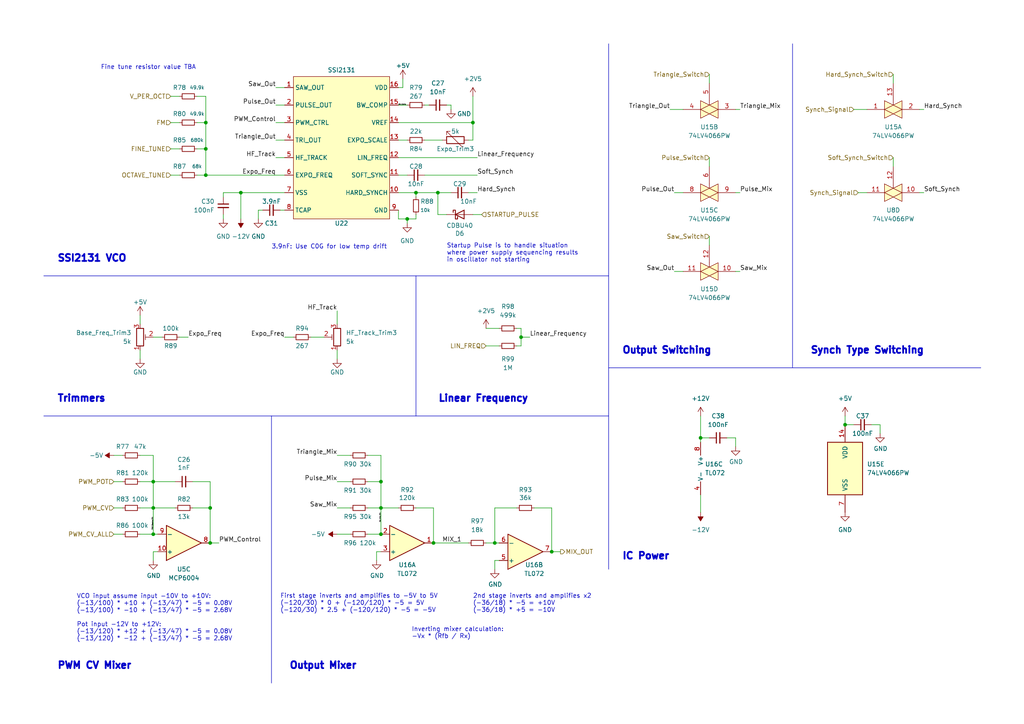
<source format=kicad_sch>
(kicad_sch (version 20230121) (generator eeschema)
  (paper "A4")
  (title_block (title "Quadraphone Voice") (date "2023-01-27") (rev "v1.0") (company "Mountjoy Modular"))
  (lib_symbols
    (symbol "4xxx:4066" (pin_names (offset 1.016))
      (property "Reference" "U" (at -7.62 8.89 0))
      (property "Value" "4066" (at -7.62 -8.89 0))
      (symbol "4066_1_0"
        (polyline (pts (xy 0 1.27) (xy 0 2.54)) (stroke (width 0.1524)))
        (polyline (pts (xy -2.54 0) (xy 2.54 2.54) (xy 2.54 -2.54) (xy -2.54 0)) (fill (type background)))
        (polyline (pts (xy -2.54 2.54) (xy 2.54 0) (xy -2.54 -2.54) (xy -2.54 2.54)) (fill (type background)))
        (pin passive line (at -7.62 0 0) (length 5.08) (name "~") (number "1"))
        (pin input line (at 0 7.62 270) (length 5.08) (name "~") (number "13"))
        (pin passive line (at 7.62 0 180) (length 5.08) (name "~") (number "2"))
      )
      (symbol "4066_2_0"
        (polyline (pts (xy 0 1.27) (xy 0 2.54)) (stroke (width 0.1524)))
        (polyline (pts (xy -2.54 0) (xy 2.54 2.54) (xy 2.54 -2.54) (xy -2.54 0)) (fill (type background)))
        (polyline (pts (xy -2.54 2.54) (xy 2.54 0) (xy -2.54 -2.54) (xy -2.54 2.54)) (fill (type background)))
        (pin passive line (at 7.62 0 180) (length 5.08) (name "~") (number "3"))
        (pin passive line (at -7.62 0 0) (length 5.08) (name "~") (number "4"))
        (pin input line (at 0 7.62 270) (length 5.08) (name "~") (number "5"))
      )
      (symbol "4066_3_0"
        (polyline (pts (xy 0 1.27) (xy 0 2.54)) (stroke (width 0.1524)))
        (polyline (pts (xy -2.54 0) (xy 2.54 2.54) (xy 2.54 -2.54) (xy -2.54 0)) (fill (type background)))
        (polyline (pts (xy -2.54 2.54) (xy 2.54 0) (xy -2.54 -2.54) (xy -2.54 2.54)) (fill (type background)))
        (pin input line (at 0 7.62 270) (length 5.08) (name "~") (number "6"))
        (pin passive line (at -7.62 0 0) (length 5.08) (name "~") (number "8"))
        (pin passive line (at 7.62 0 180) (length 5.08) (name "~") (number "9"))
      )
      (symbol "4066_4_0"
        (polyline (pts (xy 0 1.27) (xy 0 2.54)) (stroke (width 0.1524)))
        (polyline (pts (xy -2.54 0) (xy 2.54 2.54) (xy 2.54 -2.54) (xy -2.54 0)) (fill (type background)))
        (polyline (pts (xy -2.54 2.54) (xy 2.54 0) (xy -2.54 -2.54) (xy -2.54 2.54)) (fill (type background)))
        (pin passive line (at 7.62 0 180) (length 5.08) (name "~") (number "10"))
        (pin passive line (at -7.62 0 0) (length 5.08) (name "~") (number "11"))
        (pin input line (at 0 7.62 270) (length 5.08) (name "~") (number "12"))
      )
      (symbol "4066_5_0"
        (pin power_in line (at 0 12.7 270) (length 5.08) (name "VDD") (number "14"))
        (pin power_in line (at 0 -12.7 90) (length 5.08) (name "VSS") (number "7"))
      )
      (symbol "4066_5_1"
        (rectangle (start -5.08 7.62) (end 5.08 -7.62) (stroke (width 0.254)) (fill (type background)))
      )
    )
    (symbol "Amplifier_Operational:MCP6004" (pin_names (offset 0.127))
      (property "Reference" "U" (at 0 5.08 0))
      (property "Value" "MCP6004" (at 0 -5.08 0))
      (symbol "MCP6004_1_1"
        (polyline (pts (xy -5.08 5.08) (xy 5.08 0) (xy -5.08 -5.08) (xy -5.08 5.08)) (stroke (width 0.254)) (fill (type background)))
        (pin output line (at 7.62 0 180) (length 2.54) (name "~") (number "1"))
        (pin input line (at -7.62 -2.54 0) (length 2.54) (name "-") (number "2"))
        (pin input line (at -7.62 2.54 0) (length 2.54) (name "+") (number "3"))
      )
      (symbol "MCP6004_2_1"
        (polyline (pts (xy -5.08 5.08) (xy 5.08 0) (xy -5.08 -5.08) (xy -5.08 5.08)) (stroke (width 0.254)) (fill (type background)))
        (pin input line (at -7.62 2.54 0) (length 2.54) (name "+") (number "5"))
        (pin input line (at -7.62 -2.54 0) (length 2.54) (name "-") (number "6"))
        (pin output line (at 7.62 0 180) (length 2.54) (name "~") (number "7"))
      )
      (symbol "MCP6004_3_1"
        (polyline (pts (xy -5.08 5.08) (xy 5.08 0) (xy -5.08 -5.08) (xy -5.08 5.08)) (stroke (width 0.254)) (fill (type background)))
        (pin input line (at -7.62 2.54 0) (length 2.54) (name "+") (number "10"))
        (pin output line (at 7.62 0 180) (length 2.54) (name "~") (number "8"))
        (pin input line (at -7.62 -2.54 0) (length 2.54) (name "-") (number "9"))
      )
      (symbol "MCP6004_4_1"
        (polyline (pts (xy -5.08 5.08) (xy 5.08 0) (xy -5.08 -5.08) (xy -5.08 5.08)) (stroke (width 0.254)) (fill (type background)))
        (pin input line (at -7.62 2.54 0) (length 2.54) (name "+") (number "12"))
        (pin input line (at -7.62 -2.54 0) (length 2.54) (name "-") (number "13"))
        (pin output line (at 7.62 0 180) (length 2.54) (name "~") (number "14"))
      )
      (symbol "MCP6004_5_1"
        (pin power_in line (at -2.54 -7.62 90) (length 3.81) (name "V-") (number "11"))
        (pin power_in line (at -2.54 7.62 270) (length 3.81) (name "V+") (number "4"))
      )
    )
    (symbol "Amplifier_Operational:TL072" (pin_names (offset 0.127))
      (property "Reference" "U" (at 0 5.08 0))
      (property "Value" "TL072" (at 0 -5.08 0))
      (symbol "TL072_1_1"
        (polyline (pts (xy -5.08 5.08) (xy 5.08 0) (xy -5.08 -5.08) (xy -5.08 5.08)) (stroke (width 0.254)) (fill (type background)))
        (pin output line (at 7.62 0 180) (length 2.54) (name "~") (number "1"))
        (pin input line (at -7.62 -2.54 0) (length 2.54) (name "-") (number "2"))
        (pin input line (at -7.62 2.54 0) (length 2.54) (name "+") (number "3"))
      )
      (symbol "TL072_2_1"
        (polyline (pts (xy -5.08 5.08) (xy 5.08 0) (xy -5.08 -5.08) (xy -5.08 5.08)) (stroke (width 0.254)) (fill (type background)))
        (pin input line (at -7.62 2.54 0) (length 2.54) (name "+") (number "5"))
        (pin input line (at -7.62 -2.54 0) (length 2.54) (name "-") (number "6"))
        (pin output line (at 7.62 0 180) (length 2.54) (name "~") (number "7"))
      )
      (symbol "TL072_3_1"
        (pin power_in line (at -2.54 -7.62 90) (length 3.81) (name "V-") (number "4"))
        (pin power_in line (at -2.54 7.62 270) (length 3.81) (name "V+") (number "8"))
      )
    )
    (symbol "Custom_Audio:SSI2131"
      (property "Reference" "U" (at 0 21.59 0))
      (property "Value" "SSI2131" (at 0 -23.495 0))
      (symbol "SSI2131_0_0"
        (pin output line (at -16.51 16.51 0) (length 2.54) (name "SAW_OUT") (number "1"))
        (pin input line (at 16.51 -13.97 180) (length 2.54) (name "HARD_SYNCH") (number "10"))
        (pin input line (at 16.51 -8.89 180) (length 2.54) (name "SOFT_SYNC") (number "11"))
        (pin input line (at 16.51 -3.81 180) (length 2.54) (name "LIN_FREQ") (number "12"))
        (pin input line (at 16.51 1.27 180) (length 2.54) (name "EXPO_SCALE") (number "13"))
        (pin power_in line (at 16.51 6.35 180) (length 2.54) (name "VREF") (number "14"))
        (pin output line (at 16.51 11.43 180) (length 2.54) (name "BW_COMP") (number "15"))
        (pin power_in line (at 16.51 16.51 180) (length 2.54) (name "VDD") (number "16"))
        (pin output line (at -16.51 11.43 0) (length 2.54) (name "PULSE_OUT") (number "2"))
        (pin input line (at -16.51 6.35 0) (length 2.54) (name "PWM_CTRL") (number "3"))
        (pin output line (at -16.51 -3.81 0) (length 2.54) (name "HF_TRACK") (number "5"))
        (pin input line (at -16.51 -8.89 0) (length 2.54) (name "EXPO_FREQ") (number "6"))
        (pin power_in line (at -16.51 -13.97 0) (length 2.54) (name "VSS") (number "7"))
        (pin input line (at -16.51 -19.05 0) (length 2.54) (name "TCAP") (number "8"))
        (pin power_in line (at 16.51 -19.05 180) (length 2.54) (name "GND") (number "9"))
      )
      (symbol "SSI2131_0_1"
        (rectangle (start -13.97 19.685) (end 13.97 -21.59) (fill (type background)))
      )
      (symbol "SSI2131_1_1"
        (pin output line (at -16.51 1.27 0) (length 2.54) (name "TRI_OUT") (number "4"))
      )
    )
    (symbol "Device:C_Small" (pin_numbers hide) (pin_names (offset 0.254) hide)
      (property "Reference" "C" (at 0.254 1.778 0))
      (property "Value" "C_Small" (at 0.254 -2.032 0))
      (symbol "C_Small_0_1"
        (polyline (pts (xy -1.524 -0.508) (xy 1.524 -0.508)) (stroke (width 0.3302)))
        (polyline (pts (xy -1.524 0.508) (xy 1.524 0.508)) (stroke (width 0.3048)))
      )
      (symbol "C_Small_1_1"
        (pin passive line (at 0 2.54 270) (length 2.032) (name "~") (number "1"))
        (pin passive line (at 0 -2.54 90) (length 2.032) (name "~") (number "2"))
      )
    )
    (symbol "Device:R_Potentiometer_Trim" (pin_names (offset 1.016) hide)
      (property "Reference" "RV" (at -4.445 0 90))
      (property "Value" "R_Potentiometer_Trim" (at -2.54 0 90))
      (symbol "R_Potentiometer_Trim_0_1"
        (polyline (pts (xy 1.524 0.762) (xy 1.524 -0.762)))
        (polyline (pts (xy 2.54 0) (xy 1.524 0)))
        (rectangle (start 1.016 2.54) (end -1.016 -2.54) (stroke (width 0.254)))
      )
      (symbol "R_Potentiometer_Trim_1_1"
        (pin passive line (at 0 3.81 270) (length 1.27) (name "1") (number "1"))
        (pin passive line (at 3.81 0 180) (length 1.27) (name "2") (number "2"))
        (pin passive line (at 0 -3.81 90) (length 1.27) (name "3") (number "3"))
      )
    )
    (symbol "Device:R_Small" (pin_numbers hide) (pin_names (offset 0.254) hide)
      (property "Reference" "R" (at 0.762 0.508 0))
      (property "Value" "R_Small" (at 0.762 -1.016 0))
      (symbol "R_Small_0_1"
        (rectangle (start -0.762 1.778) (end 0.762 -1.778) (stroke (width 0.2032)))
      )
      (symbol "R_Small_1_1"
        (pin passive line (at 0 2.54 270) (length 0.762) (name "~") (number "1"))
        (pin passive line (at 0 -2.54 90) (length 0.762) (name "~") (number "2"))
      )
    )
    (symbol "Device:R_Variable" (pin_numbers hide) (pin_names (offset 0))
      (property "Reference" "R" (at 2.54 -2.54 90))
      (property "Value" "R_Variable" (at -2.54 -1.27 90))
      (symbol "R_Variable_0_1"
        (rectangle (start -1.016 -2.54) (end 1.016 2.54) (stroke (width 0.254)))
        (polyline (pts (xy 2.54 1.524) (xy 2.54 2.54) (xy 1.524 2.54) (xy 2.54 2.54) (xy -2.032 -2.032)))
      )
      (symbol "R_Variable_1_1"
        (pin passive line (at 0 3.81 270) (length 1.27) (name "~") (number "1"))
        (pin passive line (at 0 -3.81 90) (length 1.27) (name "~") (number "2"))
      )
    )
    (symbol "Diode:1N5819" (pin_numbers hide) (pin_names (offset 1.016) hide)
      (property "Reference" "D" (at 0 2.54 0))
      (property "Value" "1N5819" (at 0 -2.54 0))
      (symbol "1N5819_0_1"
        (polyline (pts (xy 1.27 0) (xy -1.27 0)))
        (polyline (pts (xy 1.27 1.27) (xy 1.27 -1.27) (xy -1.27 0) (xy 1.27 1.27)) (stroke (width 0.254)))
        (polyline (pts (xy -1.905 0.635) (xy -1.905 1.27) (xy -1.27 1.27) (xy -1.27 -1.27) (xy -0.635 -1.27) (xy -0.635 -0.635)) (stroke (width 0.254)))
      )
      (symbol "1N5819_1_1"
        (pin passive line (at -3.81 0 0) (length 2.54) (name "K") (number "1"))
        (pin passive line (at 3.81 0 180) (length 2.54) (name "A") (number "2"))
      )
    )
    (symbol "power:+12V" (power) (pin_names (offset 0))
      (property "Value" "+12V" (at 0 3.556 0))
      (symbol "+12V_0_1"
        (polyline (pts (xy -0.762 1.27) (xy 0 2.54)))
        (polyline (pts (xy 0 0) (xy 0 2.54)))
        (polyline (pts (xy 0 2.54) (xy 0.762 1.27)))
      )
      (symbol "+12V_1_1"
        (pin power_in line (at 0 0 90) (length 0) hide (name "+12V") (number "1"))
      )
    )
    (symbol "power:+2V5" (power) (pin_names (offset 0))
      (property "Value" "+2V5" (at 0 3.556 0))
      (symbol "+2V5_0_1"
        (polyline (pts (xy -0.762 1.27) (xy 0 2.54)))
        (polyline (pts (xy 0 0) (xy 0 2.54)))
        (polyline (pts (xy 0 2.54) (xy 0.762 1.27)))
      )
      (symbol "+2V5_1_1"
        (pin power_in line (at 0 0 90) (length 0) hide (name "+2V5") (number "1"))
      )
    )
    (symbol "power:+5V" (power) (pin_names (offset 0))
      (property "Value" "+5V" (at 0 3.556 0))
      (symbol "+5V_0_1"
        (polyline (pts (xy -0.762 1.27) (xy 0 2.54)))
        (polyline (pts (xy 0 0) (xy 0 2.54)))
        (polyline (pts (xy 0 2.54) (xy 0.762 1.27)))
      )
      (symbol "+5V_1_1"
        (pin power_in line (at 0 0 90) (length 0) hide (name "+5V") (number "1"))
      )
    )
    (symbol "power:-12V" (power) (pin_names (offset 0))
      (property "Value" "-12V" (at 0 3.81 0))
      (symbol "-12V_0_0"
        (pin power_in line (at 0 0 90) (length 0) hide (name "-12V") (number "1"))
      )
      (symbol "-12V_0_1"
        (polyline (pts (xy 0 0) (xy 0 1.27) (xy 0.762 1.27) (xy 0 2.54) (xy -0.762 1.27) (xy 0 1.27)) (fill (type outline)))
      )
    )
    (symbol "power:-5V" (power) (pin_names (offset 0))
      (property "Value" "-5V" (at 0 3.81 0))
      (symbol "-5V_0_0"
        (pin power_in line (at 0 0 90) (length 0) hide (name "-5V") (number "1"))
      )
      (symbol "-5V_0_1"
        (polyline (pts (xy 0 0) (xy 0 1.27) (xy 0.762 1.27) (xy 0 2.54) (xy -0.762 1.27) (xy 0 1.27)) (fill (type outline)))
      )
    )
    (symbol "power:GND" (power) (pin_names (offset 0))
      (property "Value" "GND" (at 0 -3.81 0))
      (symbol "GND_0_1"
        (polyline (pts (xy 0 0) (xy 0 -1.27) (xy 1.27 -1.27) (xy 0 -2.54) (xy -1.27 -1.27) (xy 0 -1.27)))
      )
      (symbol "GND_1_1"
        (pin power_in line (at 0 0 270) (length 0) hide (name "GND") (number "1"))
      )
    )
  )
  (junction (at 60.96 147.32))
  (junction (at 127 55.88))
  (junction (at 160.02 160.02))
  (junction (at 137.16 35.56))
  (junction (at 151.13 97.79))
  (junction (at 110.49 154.94))
  (junction (at 118.11 63.5))
  (junction (at 110.49 139.7))
  (junction (at 203.2 127))
  (junction (at 245.11 123.19))
  (junction (at 125.73 157.48))
  (junction (at 120.65 55.88))
  (junction (at 59.69 43.18))
  (junction (at 69.85 55.88))
  (junction (at 110.49 147.32))
  (junction (at 143.51 157.48))
  (junction (at 60.96 157.48))
  (junction (at 59.69 50.8))
  (junction (at 44.45 139.7))
  (junction (at 44.45 147.32))
  (junction (at 59.69 35.56))
  (junction (at 44.45 154.94))
  (polyline (pts (xy 176.53 165.1) (xy 176.53 12.7)))
  (polyline (pts (xy 12.7 120.65) (xy 176.53 120.65)))
  (wire (pts (xy 115.57 35.56) (xy 137.16 35.56)))
  (wire (pts (xy 57.15 35.56) (xy 59.69 35.56)))
  (polyline (pts (xy 229.87 12.7) (xy 229.87 106.68)))
  (wire (pts (xy 149.86 100.33) (xy 151.13 100.33)))
  (wire (pts (xy 151.13 97.79) (xy 151.13 95.25)))
  (wire (pts (xy 120.65 147.32) (xy 125.73 147.32)))
  (wire (pts (xy 110.49 139.7) (xy 110.49 147.32)))
  (wire (pts (xy 97.79 154.94) (xy 101.6 154.94)))
  (wire (pts (xy 143.51 157.48) (xy 144.78 157.48)))
  (wire (pts (xy 55.88 147.32) (xy 60.96 147.32)))
  (wire (pts (xy 143.51 147.32) (xy 149.86 147.32)))
  (wire (pts (xy 109.22 160.02) (xy 109.22 162.56)))
  (wire (pts (xy 116.84 25.4) (xy 115.57 25.4)))
  (wire (pts (xy 115.57 45.72) (xy 138.43 45.72)))
  (wire (pts (xy 129.54 30.48) (xy 130.81 30.48)))
  (wire (pts (xy 195.58 78.74) (xy 198.12 78.74)))
  (wire (pts (xy 49.53 50.8) (xy 52.07 50.8)))
  (wire (pts (xy 80.01 25.4) (xy 82.55 25.4)))
  (wire (pts (xy 33.02 139.7) (xy 35.56 139.7)))
  (wire (pts (xy 40.64 139.7) (xy 44.45 139.7)))
  (wire (pts (xy 49.53 43.18) (xy 52.07 43.18)))
  (wire (pts (xy 266.7 31.75) (xy 267.97 31.75)))
  (wire (pts (xy 115.57 40.64) (xy 118.11 40.64)))
  (wire (pts (xy 97.79 101.6) (xy 97.79 104.14)))
  (wire (pts (xy 115.57 63.5) (xy 118.11 63.5)))
  (wire (pts (xy 97.79 139.7) (xy 101.6 139.7)))
  (wire (pts (xy 60.96 147.32) (xy 60.96 157.48)))
  (wire (pts (xy 97.79 147.32) (xy 101.6 147.32)))
  (wire (pts (xy 259.08 45.72) (xy 259.08 48.26)))
  (wire (pts (xy 90.17 97.79) (xy 93.98 97.79)))
  (wire (pts (xy 123.19 50.8) (xy 138.43 50.8)))
  (wire (pts (xy 123.19 30.48) (xy 124.46 30.48)))
  (polyline (pts (xy 176.53 106.68) (xy 284.48 106.68)))
  (wire (pts (xy 80.01 30.48) (xy 82.55 30.48)))
  (wire (pts (xy 33.02 132.08) (xy 35.56 132.08)))
  (wire (pts (xy 59.69 27.94) (xy 59.69 35.56)))
  (wire (pts (xy 203.2 120.65) (xy 203.2 127)))
  (wire (pts (xy 40.64 147.32) (xy 44.45 147.32)))
  (wire (pts (xy 69.85 55.88) (xy 69.85 63.5)))
  (wire (pts (xy 59.69 43.18) (xy 59.69 50.8)))
  (wire (pts (xy 116.84 22.86) (xy 116.84 25.4)))
  (polyline (pts (xy 12.7 80.01) (xy 176.53 80.01)))
  (wire (pts (xy 97.79 132.08) (xy 101.6 132.08)))
  (wire (pts (xy 115.57 60.96) (xy 115.57 63.5)))
  (wire (pts (xy 44.45 160.02) (xy 45.72 160.02)))
  (wire (pts (xy 144.78 95.25) (xy 140.97 95.25)))
  (wire (pts (xy 44.45 139.7) (xy 50.8 139.7)))
  (wire (pts (xy 135.89 55.88) (xy 138.43 55.88)))
  (wire (pts (xy 74.93 60.96) (xy 74.93 63.5)))
  (wire (pts (xy 259.08 21.59) (xy 259.08 24.13)))
  (wire (pts (xy 140.97 100.33) (xy 144.78 100.33)))
  (wire (pts (xy 57.15 43.18) (xy 59.69 43.18)))
  (wire (pts (xy 245.11 123.19) (xy 247.65 123.19)))
  (wire (pts (xy 57.15 50.8) (xy 59.69 50.8)))
  (wire (pts (xy 59.69 35.56) (xy 59.69 43.18)))
  (wire (pts (xy 143.51 162.56) (xy 144.78 162.56)))
  (wire (pts (xy 203.2 127) (xy 203.2 128.27)))
  (wire (pts (xy 45.72 154.94) (xy 44.45 154.94)))
  (wire (pts (xy 106.68 154.94) (xy 110.49 154.94)))
  (wire (pts (xy 154.94 147.32) (xy 160.02 147.32)))
  (wire (pts (xy 125.73 157.48) (xy 135.89 157.48)))
  (wire (pts (xy 82.55 97.79) (xy 85.09 97.79)))
  (wire (pts (xy 44.45 97.79) (xy 46.99 97.79)))
  (wire (pts (xy 44.45 147.32) (xy 44.45 154.94)))
  (wire (pts (xy 210.82 127) (xy 213.36 127)))
  (wire (pts (xy 127 55.88) (xy 130.81 55.88)))
  (wire (pts (xy 245.11 120.65) (xy 245.11 123.19)))
  (wire (pts (xy 140.97 157.48) (xy 143.51 157.48)))
  (wire (pts (xy 143.51 162.56) (xy 143.51 165.1)))
  (wire (pts (xy 205.74 68.58) (xy 205.74 71.12)))
  (wire (pts (xy 106.68 147.32) (xy 110.49 147.32)))
  (wire (pts (xy 127 55.88) (xy 127 62.23)))
  (wire (pts (xy 203.2 127) (xy 205.74 127)))
  (wire (pts (xy 97.79 90.17) (xy 97.79 93.98)))
  (wire (pts (xy 60.96 157.48) (xy 63.5 157.48)))
  (wire (pts (xy 64.77 55.88) (xy 64.77 57.15)))
  (wire (pts (xy 247.65 31.75) (xy 251.46 31.75)))
  (wire (pts (xy 54.61 97.79) (xy 52.07 97.79)))
  (wire (pts (xy 151.13 100.33) (xy 151.13 97.79)))
  (wire (pts (xy 40.64 154.94) (xy 44.45 154.94)))
  (wire (pts (xy 40.64 91.44) (xy 40.64 93.98)))
  (polyline (pts (xy 78.74 120.65) (xy 78.74 198.12)))
  (wire (pts (xy 44.45 139.7) (xy 44.45 147.32)))
  (wire (pts (xy 248.92 55.88) (xy 251.46 55.88)))
  (wire (pts (xy 44.45 147.32) (xy 50.8 147.32)))
  (wire (pts (xy 213.36 55.88) (xy 214.63 55.88)))
  (wire (pts (xy 59.69 27.94) (xy 57.15 27.94)))
  (wire (pts (xy 106.68 132.08) (xy 110.49 132.08)))
  (wire (pts (xy 49.53 27.94) (xy 52.07 27.94)))
  (wire (pts (xy 49.53 35.56) (xy 52.07 35.56)))
  (wire (pts (xy 135.89 40.64) (xy 137.16 40.64)))
  (wire (pts (xy 44.45 160.02) (xy 44.45 162.56)))
  (wire (pts (xy 106.68 139.7) (xy 110.49 139.7)))
  (wire (pts (xy 127 62.23) (xy 129.54 62.23)))
  (wire (pts (xy 80.01 45.72) (xy 82.55 45.72)))
  (wire (pts (xy 151.13 95.25) (xy 149.86 95.25)))
  (wire (pts (xy 74.93 60.96) (xy 76.2 60.96)))
  (wire (pts (xy 118.11 63.5) (xy 118.11 64.77)))
  (wire (pts (xy 125.73 147.32) (xy 125.73 157.48)))
  (wire (pts (xy 252.73 123.19) (xy 255.27 123.19)))
  (wire (pts (xy 266.7 55.88) (xy 267.97 55.88)))
  (wire (pts (xy 123.19 40.64) (xy 128.27 40.64)))
  (wire (pts (xy 80.01 35.56) (xy 82.55 35.56)))
  (wire (pts (xy 115.57 50.8) (xy 118.11 50.8)))
  (wire (pts (xy 130.81 30.48) (xy 130.81 31.75)))
  (wire (pts (xy 33.02 154.94) (xy 35.56 154.94)))
  (wire (pts (xy 81.28 60.96) (xy 82.55 60.96)))
  (wire (pts (xy 55.88 139.7) (xy 60.96 139.7)))
  (wire (pts (xy 120.65 55.88) (xy 120.65 57.15)))
  (wire (pts (xy 213.36 78.74) (xy 214.63 78.74)))
  (wire (pts (xy 40.64 101.6) (xy 40.64 104.14)))
  (wire (pts (xy 213.36 127) (xy 213.36 129.54)))
  (wire (pts (xy 110.49 147.32) (xy 110.49 154.94)))
  (wire (pts (xy 213.36 31.75) (xy 214.63 31.75)))
  (wire (pts (xy 137.16 27.94) (xy 137.16 35.56)))
  (polyline (pts (xy 120.65 120.65) (xy 120.65 80.01)))
  (wire (pts (xy 137.16 62.23) (xy 139.7 62.23)))
  (wire (pts (xy 64.77 62.23) (xy 64.77 63.5)))
  (wire (pts (xy 64.77 55.88) (xy 69.85 55.88)))
  (wire (pts (xy 60.96 139.7) (xy 60.96 147.32)))
  (wire (pts (xy 137.16 40.64) (xy 137.16 35.56)))
  (wire (pts (xy 151.13 97.79) (xy 153.67 97.79)))
  (wire (pts (xy 115.57 55.88) (xy 120.65 55.88)))
  (wire (pts (xy 118.11 30.48) (xy 115.57 30.48)))
  (wire (pts (xy 110.49 132.08) (xy 110.49 139.7)))
  (wire (pts (xy 59.69 50.8) (xy 82.55 50.8)))
  (wire (pts (xy 143.51 147.32) (xy 143.51 157.48)))
  (wire (pts (xy 255.27 123.19) (xy 255.27 125.73)))
  (wire (pts (xy 109.22 160.02) (xy 110.49 160.02)))
  (wire (pts (xy 160.02 147.32) (xy 160.02 160.02)))
  (wire (pts (xy 69.85 55.88) (xy 82.55 55.88)))
  (wire (pts (xy 40.64 132.08) (xy 44.45 132.08)))
  (wire (pts (xy 194.31 31.75) (xy 198.12 31.75)))
  (wire (pts (xy 80.01 40.64) (xy 82.55 40.64)))
  (wire (pts (xy 160.02 160.02) (xy 162.56 160.02)))
  (wire (pts (xy 205.74 45.72) (xy 205.74 48.26)))
  (wire (pts (xy 203.2 148.59) (xy 203.2 143.51)))
  (wire (pts (xy 110.49 147.32) (xy 115.57 147.32)))
  (wire (pts (xy 44.45 132.08) (xy 44.45 139.7)))
  (wire (pts (xy 120.65 62.23) (xy 120.65 63.5)))
  (wire (pts (xy 195.58 55.88) (xy 198.12 55.88)))
  (wire (pts (xy 205.74 21.59) (xy 205.74 24.13)))
  (wire (pts (xy 120.65 55.88) (xy 127 55.88)))
  (wire (pts (xy 120.65 63.5) (xy 118.11 63.5)))
  (wire (pts (xy 33.02 147.32) (xy 35.56 147.32)))
  (text "First stage inverts and amplifies to -5V to 5V\n(-120/30) * 0 + (-120/120) * -5 = 5V\n(-120/30) * 2.5 + (-120/120) * -5 = -5V" (at 81.28 177.8 0) (effects (font (size 1.27 1.27)) (justify left bottom)))
  (text "Startup Pulse is to handle situation \nwhere power supply sequencing results \nin oscillator not starting\n" (at 129.54 76.2 0) (effects (font (size 1.27 1.27)) (justify left bottom)))
  (text "Fine tune resistor value TBA" (at 29.21 20.32 0) (effects (font (size 1.27 1.27)) (justify left bottom)))
  (text "PWM CV Mixer" (at 16.51 194.31 0) (effects (font (size 2 2) (thickness 0.6) bold) (justify left bottom)))
  (text "Synch Type Switching" (at 234.95 102.87 0) (effects (font (size 2 2) (thickness 0.6) bold) (justify left bottom)))
  (text "Inverting mixer calculation:\n-Vx * (Rfb / Rx)" (at 119.38 185.42 0) (effects (font (size 1.27 1.27)) (justify left bottom)))
  (text "SSI2131 VCO" (at 16.51 76.2 0) (effects (font (size 2 2) (thickness 0.6) bold) (justify left bottom)))
  (text "Linear Frequency" (at 127 116.84 0) (effects (font (size 2 2) (thickness 0.6) bold) (justify left bottom)))
  (text "VCO input assume input -10V to +10V:\n(-13/100) * +10 + (-13/47) * -5 = 0.08V\n(-13/100) * -10 + (-13/47) * -5 = 2.68V\n\nPot input -12V to +12V:\n(-13/120) * +12 + (-13/47) * -5 = 0.08V\n(-13/120) * -12 + (-13/47) * -5 = 2.68V" (at 22.225 186.055 0) (effects (font (size 1.27 1.27)) (justify left bottom)))
  (text "Trimmers" (at 16.51 116.84 0) (effects (font (size 2 2) (thickness 0.6) bold) (justify left bottom)))
  (text "Output Mixer" (at 83.82 194.31 0) (effects (font (size 2 2) (thickness 0.6) bold) (justify left bottom)))
  (text "3.9nF: Use C0G for low temp drift" (at 78.74 72.39 0) (effects (font (size 1.27 1.27)) (justify left bottom)))
  (text "IC Power" (at 180.34 162.56 0) (effects (font (size 2 2) (thickness 0.6) bold) (justify left bottom)))
  (text "2nd stage inverts and amplifies x2\n(-36/18) * -5 = +10V\n(-36/18) * +5 = -10V" (at 137.16 177.8 0) (effects (font (size 1.27 1.27)) (justify left bottom)))
  (text "Output Switching" (at 180.34 102.87 0) (effects (font (size 2 2) (thickness 0.6) bold) (justify left bottom)))
  (label "Saw_Mix" (at 214.63 78.74 0))
  (label "Linear_Frequency" (at 138.43 45.72 0))
  (label "Expo_Freq" (at 80.01 50.8 180))
  (label "MIX_1" (at 128.27 157.48 0))
  (label "Triangle_Out" (at 194.31 31.75 180))
  (label "Soft_Synch" (at 138.43 50.8 0))
  (label "Hard_Synch" (at 267.97 31.75 0))
  (label "Triangle_Out" (at 80.01 40.64 180))
  (label "Saw_Mix" (at 97.79 147.32 180))
  (label "BW_Comp" (at 115.57 30.48 0) (effects (font (size 0.3 0.3))))
  (label "PWM_Opamp_Mix" (at 44.45 149.86 270) (effects (font (size 0.3 0.3))))
  (label "Hard_Synch" (at 138.43 55.88 0))
  (label "Pulse_Mix" (at 214.63 55.88 0))
  (label "Expo_Freq" (at 54.61 97.79 0))
  (label "Soft_Synch" (at 267.97 55.88 0))
  (label "HF_Track" (at 80.01 45.72 180))
  (label "Pulse_Mix" (at 97.79 139.7 180))
  (label "Saw_Out" (at 80.01 25.4 180))
  (label "Triangle_Mix" (at 214.63 31.75 0))
  (label "PWM_Control" (at 80.01 35.56 180))
  (label "Pulse_Out" (at 195.58 55.88 180))
  (label "Triangle_Mix" (at 97.79 132.08 180))
  (label "PWM_Control" (at 63.5 157.48 0))
  (label "HF_Track" (at 97.79 90.17 180))
  (label "Expo_Freq" (at 82.55 97.79 180))
  (label "Linear_Frequency" (at 153.67 97.79 0))
  (label "Pulse_Out" (at 80.01 30.48 180))
  (label "Saw_Out" (at 195.58 78.74 180))
  (label "Op_Amp_Mix" (at 110.49 148.59 270) (effects (font (size 0.3 0.3))))
  (hierarchical_label "FM" (shape input) (at 49.53 35.56 180))
  (hierarchical_label "MIX_OUT" (shape output) (at 162.56 160.02 0))
  (hierarchical_label "Triangle_Switch" (shape input) (at 205.74 21.59 180))
  (hierarchical_label "PWM_CV" (shape input) (at 33.02 147.32 180))
  (hierarchical_label "Saw_Switch" (shape input) (at 205.74 68.58 180))
  (hierarchical_label "PWM_POT" (shape input) (at 33.02 139.7 180))
  (hierarchical_label "Synch_Signal" (shape input) (at 247.65 31.75 180))
  (hierarchical_label "LIN_FREQ" (shape input) (at 140.97 100.33 180))
  (hierarchical_label "STARTUP_PULSE" (shape input) (at 139.7 62.23 0))
  (hierarchical_label "OCTAVE_TUNE" (shape input) (at 49.53 50.8 180))
  (hierarchical_label "V_PER_OCT" (shape input) (at 49.53 27.94 180))
  (hierarchical_label "FINE_TUNE" (shape input) (at 49.53 43.18 180))
  (hierarchical_label "Soft_Synch_Switch" (shape input) (at 259.08 45.72 180))
  (hierarchical_label "Synch_Signal" (shape input) (at 248.92 55.88 180))
  (hierarchical_label "Pulse_Switch" (shape input) (at 205.74 45.72 180))
  (hierarchical_label "PWM_CV_ALL" (shape input) (at 33.02 154.94 180))
  (hierarchical_label "Hard_Synch_Switch" (shape input) (at 259.08 21.59 180))
  (symbol (lib_id "power:+2V5") (at 140.97 95.25 0) (mirror y) (unit 1)
    (property "Reference" "#PWR097" (effects hide))
    (property "Value" "+2V5" (at 140.97 90.17 0))
  )
  (symbol (lib_id "Device:R_Small") (at 38.1 132.08 270) (unit 1)
    (property "Reference" "R77" (at 35.56 129.54 90))
    (property "Value" "47k" (at 40.64 129.54 90))
    (property "Footprint" "Resistor_SMD:R_0603_1608Metric" (effects hide))
  )
  (symbol (lib_id "Device:R_Small") (at 38.1 139.7 270) (unit 1)
    (property "Reference" "R81" (at 35.56 137.16 90))
    (property "Value" "120k" (at 40.64 137.16 90))
    (property "Footprint" "Resistor_SMD:R_0603_1608Metric" (effects hide))
  )
  (symbol (lib_id "power:GND") (at 40.64 104.14 0) (mirror y) (unit 1)
    (property "Reference" "#PWR092" (effects hide))
    (property "Value" "GND" (at 40.64 107.95 0))
  )
  (symbol (lib_id "Device:C_Small") (at 208.28 127 90) (unit 1)
    (property "Reference" "C38" (at 208.2863 120.65 90))
    (property "Value" "100nF" (at 208.2863 123.19 90))
    (property "Footprint" "Capacitor_SMD:C_0603_1608Metric_Pad1.08x0.95mm_HandSolder" (effects hide))
  )
  (symbol (lib_id "power:GND") (at 44.45 162.56 0) (unit 1)
    (property "Reference" "#PWR086" (effects hide))
    (property "Value" "GND" (at 44.577 166.9542 0))
  )
  (symbol (lib_id "Device:C_Small") (at 133.35 55.88 90) (unit 1)
    (property "Reference" "C29" (at 133.35 53.34 90))
    (property "Value" "10nF" (at 135.89 58.42 90))
    (property "Footprint" "Capacitor_SMD:C_0603_1608Metric_Pad1.08x0.95mm_HandSolder" (effects hide))
  )
  (symbol (lib_id "Device:R_Small") (at 118.11 147.32 270) (unit 1)
    (property "Reference" "R92" (at 118.11 142.0622 90))
    (property "Value" "120k" (at 118.11 144.3736 90))
    (property "Footprint" "Resistor_SMD:R_0603_1608Metric" (effects hide))
  )
  (symbol (lib_id "Diode:1N5819") (at 133.35 62.23 0) (unit 1)
    (property "Reference" "D6" (at 133.35 67.7164 0))
    (property "Value" "CDBU40" (at 133.35 65.405 0))
    (property "Footprint" "Diode_SMD:D_0603_1608Metric" (effects hide))
    (property "Datasheet" "http://www.vishay.com/docs/88525/1n5817.pdf" (effects hide))
    (property "Part_Number" "C8598" (effects hide))
  )
  (symbol (lib_id "Device:C_Small") (at 250.19 123.19 90) (unit 1)
    (property "Reference" "C37" (at 250.19 120.65 90))
    (property "Value" "100nF" (at 250.19 125.73 90))
    (property "Footprint" "Capacitor_SMD:C_0603_1608Metric_Pad1.08x0.95mm_HandSolder" (effects hide))
  )
  (symbol (lib_id "Device:R_Small") (at 87.63 97.79 270) (unit 1)
    (property "Reference" "R94" (at 87.63 95.25 90))
    (property "Value" "267" (at 87.63 100.33 90))
    (property "Footprint" "Resistor_SMD:R_0603_1608Metric" (effects hide))
  )
  (symbol (lib_id "Device:R_Small") (at 147.32 95.25 270) (mirror x) (unit 1)
    (property "Reference" "R98" (at 147.32 88.9 90))
    (property "Value" "499k" (at 147.32 91.44 90))
    (property "Footprint" "Resistor_SMD:R_0603_1608Metric" (effects hide))
  )
  (symbol (lib_id "4xxx:4066") (at 205.74 55.88 0) (unit 3)
    (property "Reference" "U15" (at 205.74 60.96 0))
    (property "Value" "74LV4066PW" (at 205.74 63.5 0))
    (property "Footprint" "Package_SO:TSSOP-14_4.4x5mm_P0.65mm" (effects hide))
    (property "Datasheet" "http://www.ti.com/lit/ds/symlink/cd4066b.pdf" (effects hide))
  )
  (symbol (lib_id "power:-12V") (at 69.85 63.5 180) (unit 1)
    (property "Reference" "#PWR088" (effects hide))
    (property "Value" "-12V" (at 69.85 68.58 0))
  )
  (symbol (lib_id "power:GND") (at 97.79 104.14 0) (unit 1)
    (property "Reference" "#PWR094" (effects hide))
    (property "Value" "GND" (at 97.79 107.95 0))
  )
  (symbol (lib_id "Device:R_Small") (at 104.14 139.7 270) (unit 1)
    (property "Reference" "R91" (at 101.6 142.24 90))
    (property "Value" "30k" (at 106.045 142.24 90))
    (property "Footprint" "Resistor_SMD:R_0603_1608Metric" (effects hide))
  )
  (symbol (lib_id "Device:R_Small") (at 152.4 147.32 270) (unit 1)
    (property "Reference" "R93" (at 152.4 142.0622 90))
    (property "Value" "36k" (at 152.4 144.3736 90))
    (property "Footprint" "Resistor_SMD:R_0603_1608Metric" (effects hide))
  )
  (symbol (lib_id "power:+12V") (at 203.2 120.65 0) (mirror y) (unit 1)
    (property "Reference" "#PWR0128" (effects hide))
    (property "Value" "+12V" (at 203.2 115.57 0))
  )
  (symbol (lib_id "Device:R_Small") (at 147.32 100.33 90) (unit 1)
    (property "Reference" "R99" (at 147.32 104.14 90))
    (property "Value" "1M" (at 147.32 106.68 90))
    (property "Footprint" "Resistor_SMD:R_0603_1608Metric" (effects hide))
  )
  (symbol (lib_id "4xxx:4066") (at 205.74 31.75 0) (unit 2)
    (property "Reference" "U15" (at 205.74 36.83 0))
    (property "Value" "74LV4066PW" (at 205.74 39.37 0))
    (property "Footprint" "Package_SO:TSSOP-14_4.4x5mm_P0.65mm" (effects hide))
    (property "Datasheet" "http://www.ti.com/lit/ds/symlink/cd4066b.pdf" (effects hide))
  )
  (symbol (lib_id "Device:R_Small") (at 120.65 30.48 90) (unit 1)
    (property "Reference" "R79" (at 120.65 25.4 90))
    (property "Value" "267" (at 120.65 27.94 90))
    (property "Footprint" "Resistor_SMD:R_0603_1608Metric" (effects hide))
  )
  (symbol (lib_id "Amplifier_Operational:TL072") (at 205.74 135.89 0) (unit 3)
    (property "Reference" "U16" (at 204.47 134.6199 0) (effects (justify left)))
    (property "Value" "TL072" (at 204.47 137.1599 0) (effects (justify left)))
    (property "Footprint" "Package_SO:SOIC-8_3.9x4.9mm_P1.27mm" (effects hide))
    (property "Datasheet" "http://www.ti.com/lit/ds/symlink/tl071.pdf" (effects hide))
  )
  (symbol (lib_id "Device:R_Small") (at 49.53 97.79 90) (unit 1)
    (property "Reference" "R89" (at 49.53 100.33 90))
    (property "Value" "100k" (at 49.53 95.25 90))
    (property "Footprint" "Resistor_SMD:R_0603_1608Metric" (effects hide))
  )
  (symbol (lib_id "Device:R_Small") (at 120.65 40.64 90) (unit 1)
    (property "Reference" "R84" (at 120.65 43.18 90))
    (property "Value" "22k" (at 120.65 38.1 90))
    (property "Footprint" "Resistor_SMD:R_0603_1608Metric" (effects hide))
  )
  (symbol (lib_id "power:GND") (at 74.93 63.5 0) (unit 1)
    (property "Reference" "#PWR089" (effects hide))
    (property "Value" "GND" (at 74.93 68.58 0))
  )
  (symbol (lib_id "Device:R_Small") (at 54.61 35.56 90) (unit 1)
    (property "Reference" "R80" (at 52.07 33.02 90))
    (property "Value" "49.9k" (at 57.15 33.02 90) (effects (font (size 1 1))))
    (property "Footprint" "Resistor_SMD:R_0603_1608Metric" (effects hide))
  )
  (symbol (lib_id "Device:R_Small") (at 38.1 147.32 270) (unit 1)
    (property "Reference" "R83" (at 35.56 144.78 90))
    (property "Value" "100k" (at 40.64 144.78 90))
    (property "Footprint" "Resistor_SMD:R_0603_1608Metric" (effects hide))
  )
  (symbol (lib_id "power:GND") (at 130.81 31.75 0) (unit 1)
    (property "Reference" "#PWR085" (effects hide))
    (property "Value" "GND" (at 134.62 33.02 0))
  )
  (symbol (lib_id "power:-12V") (at 203.2 148.59 180) (unit 1)
    (property "Reference" "#PWR0129" (effects hide))
    (property "Value" "-12V" (at 203.2 153.67 0))
  )
  (symbol (lib_id "power:-5V") (at 33.02 132.08 90) (unit 1)
    (property "Reference" "#PWR083" (effects hide))
    (property "Value" "-5V" (at 27.94 132.08 90))
  )
  (symbol (lib_id "power:+5V") (at 116.84 22.86 0) (unit 1)
    (property "Reference" "#PWR082" (effects hide))
    (property "Value" "+5V" (at 116.84 19.05 0))
  )
  (symbol (lib_id "Device:R_Small") (at 53.34 147.32 270) (unit 1)
    (property "Reference" "R82" (at 53.34 144.78 90))
    (property "Value" "13k" (at 53.34 149.86 90))
    (property "Footprint" "Resistor_SMD:R_0603_1608Metric" (effects hide))
  )
  (symbol (lib_id "Device:C_Small") (at 78.74 60.96 90) (unit 1)
    (property "Reference" "C31" (at 78.74 64.77 90))
    (property "Value" "3.9nF" (at 78.74 58.42 90))
    (property "Footprint" "Capacitor_SMD:C_0603_1608Metric_Pad1.08x0.95mm_HandSolder" (effects hide))
  )
  (symbol (lib_id "Device:R_Small") (at 138.43 157.48 270) (unit 1)
    (property "Reference" "R97" (at 138.43 151.13 90))
    (property "Value" "18k" (at 138.43 153.67 90))
    (property "Footprint" "Resistor_SMD:R_0603_1608Metric" (effects hide))
  )
  (symbol (lib_id "Device:R_Potentiometer_Trim") (at 97.79 97.79 180) (unit 1)
    (property "Reference" "HF_Track_Trim3" (at 100.33 96.5199 0) (effects (justify right)))
    (property "Value" "5k" (at 100.33 99.0599 0) (effects (justify right)))
    (property "Footprint" "Potentiometer_THT:Potentiometer_Bourns_3266W_Vertical" (effects hide))
  )
  (symbol (lib_id "Device:C_Small") (at 120.65 50.8 90) (unit 1)
    (property "Reference" "C28" (at 120.65 48.26 90))
    (property "Value" "10nF" (at 120.65 53.34 90))
    (property "Footprint" "Capacitor_SMD:C_0603_1608Metric_Pad1.08x0.95mm_HandSolder" (effects hide))
  )
  (symbol (lib_id "Device:C_Small") (at 53.34 139.7 90) (unit 1)
    (property "Reference" "C26" (at 53.34 133.2992 90))
    (property "Value" "1nF" (at 53.34 135.6106 90))
    (property "Footprint" "Capacitor_SMD:C_0603_1608Metric_Pad1.08x0.95mm_HandSolder" (effects hide))
  )
  (symbol (lib_id "Amplifier_Operational:TL072") (at 152.4 160.02 0) (mirror x) (unit 2)
    (property "Reference" "U16" (at 154.94 163.83 0))
    (property "Value" "TL072" (at 154.94 166.37 0))
    (property "Footprint" "Package_SO:SOIC-8_3.9x4.9mm_P1.27mm" (effects hide))
    (property "Datasheet" "http://www.ti.com/lit/ds/symlink/tl071.pdf" (effects hide))
  )
  (symbol (lib_id "Device:R_Small") (at 120.65 59.69 180) (unit 1)
    (property "Reference" "R88" (at 121.92 58.42 0) (effects (justify right)))
    (property "Value" "10k" (at 121.92 60.96 0) (effects (font (size 1 1)) (justify right)))
    (property "Footprint" "Resistor_SMD:R_0603_1608Metric" (effects hide))
  )
  (symbol (lib_id "power:GND") (at 245.11 148.59 0) (unit 1)
    (property "Reference" "#PWR0116" (effects hide))
    (property "Value" "GND" (at 245.11 153.67 0))
  )
  (symbol (lib_id "Amplifier_Operational:MCP6004") (at 53.34 157.48 0) (mirror x) (unit 3)
    (property "Reference" "U5" (at 53.34 165.1 0))
    (property "Value" "MCP6004" (at 53.34 167.64 0))
    (property "Footprint" "Package_SO:SOIC-14_3.9x8.7mm_P1.27mm" (effects hide))
    (property "Datasheet" "http://ww1.microchip.com/downloads/en/DeviceDoc/21733j.pdf" (effects hide))
  )
  (symbol (lib_id "power:GND") (at 64.77 63.5 0) (unit 1)
    (property "Reference" "#PWR087" (effects hide))
    (property "Value" "GND" (at 64.77 68.58 0))
  )
  (symbol (lib_id "Device:R_Small") (at 54.61 50.8 90) (unit 1)
    (property "Reference" "R87" (at 52.07 48.26 90))
    (property "Value" "68k" (at 57.15 48.26 90) (effects (font (size 1 1))))
    (property "Footprint" "Resistor_SMD:R_0603_1608Metric" (effects hide))
  )
  (symbol (lib_id "4xxx:4066") (at 245.11 135.89 0) (unit 5)
    (property "Reference" "U15" (at 251.46 134.6199 0) (effects (justify left)))
    (property "Value" "74LV4066PW" (at 251.46 137.1599 0) (effects (justify left)))
    (property "Footprint" "Package_SO:TSSOP-14_4.4x5mm_P0.65mm" (effects hide))
    (property "Datasheet" "http://www.ti.com/lit/ds/symlink/cd4066b.pdf" (effects hide))
  )
  (symbol (lib_id "Device:R_Small") (at 54.61 27.94 90) (unit 1)
    (property "Reference" "R78" (at 52.07 25.4 90))
    (property "Value" "49.9k" (at 57.15 25.4 90) (effects (font (size 1 1))))
    (property "Footprint" "Resistor_SMD:R_0603_1608Metric" (effects hide))
  )
  (symbol (lib_id "4xxx:4066") (at 259.08 31.75 0) (unit 1)
    (property "Reference" "U15" (at 259.08 36.83 0))
    (property "Value" "74LV4066PW" (at 259.08 39.37 0))
    (property "Footprint" "Package_SO:TSSOP-14_4.4x5mm_P0.65mm" (effects hide))
    (property "Datasheet" "http://www.ti.com/lit/ds/symlink/cd4066b.pdf" (effects hide))
  )
  (symbol (lib_id "power:+5V") (at 40.64 91.44 0) (unit 1)
    (property "Reference" "#PWR091" (effects hide))
    (property "Value" "+5V" (at 40.64 87.63 0))
  )
  (symbol (lib_id "Device:C_Small") (at 64.77 59.69 0) (unit 1)
    (property "Reference" "C30" (at 62.23 58.4262 0) (effects (justify right)))
    (property "Value" "100nF" (at 62.23 60.9662 0) (effects (justify right)))
    (property "Footprint" "Capacitor_SMD:C_0603_1608Metric_Pad1.08x0.95mm_HandSolder" (effects hide))
  )
  (symbol (lib_id "Custom_Audio:SSI2131") (at 99.06 41.91 0) (unit 1)
    (property "Reference" "U22" (at 99.06 64.77 0))
    (property "Value" "SSI2131" (at 99.06 20.32 0))
    (property "Footprint" "Package_SO:SOIC-16_3.9x9.9mm_P1.27mm" (effects hide))
  )
  (symbol (lib_id "Amplifier_Operational:TL072") (at 118.11 157.48 0) (mirror x) (unit 1)
    (property "Reference" "U16" (at 118.11 163.83 0))
    (property "Value" "TL072" (at 118.11 166.37 0))
    (property "Footprint" "Package_SO:SOIC-8_3.9x4.9mm_P1.27mm" (effects hide))
    (property "Datasheet" "http://www.ti.com/lit/ds/symlink/tl071.pdf" (effects hide))
  )
  (symbol (lib_id "4xxx:4066") (at 205.74 78.74 0) (unit 4)
    (property "Reference" "U15" (at 205.74 83.82 0))
    (property "Value" "74LV4066PW" (at 205.74 86.36 0))
    (property "Footprint" "Package_SO:TSSOP-14_4.4x5mm_P0.65mm" (effects hide))
    (property "Datasheet" "http://www.ti.com/lit/ds/symlink/cd4066b.pdf" (effects hide))
  )
  (symbol (lib_id "power:GND") (at 118.11 64.77 0) (unit 1)
    (property "Reference" "#PWR090" (effects hide))
    (property "Value" "GND" (at 118.11 69.85 0))
  )
  (symbol (lib_id "Device:R_Variable") (at 132.08 40.64 90) (unit 1)
    (property "Reference" "Expo_Trim3" (at 132.08 43.18 90))
    (property "Value" "5k" (at 132.08 38.1 90))
    (property "Footprint" "Potentiometer_THT:Potentiometer_Bourns_3266W_Vertical" (effects hide))
  )
  (symbol (lib_id "Device:R_Small") (at 38.1 154.94 270) (unit 1)
    (property "Reference" "R86" (at 35.56 152.4 90))
    (property "Value" "100k" (at 40.64 152.4 90))
    (property "Footprint" "Resistor_SMD:R_0603_1608Metric" (effects hide))
  )
  (symbol (lib_id "power:-5V") (at 97.79 154.94 90) (unit 1)
    (property "Reference" "#PWR093" (effects hide))
    (property "Value" "-5V" (at 90.17 154.94 90) (effects (justify right)))
  )
  (symbol (lib_id "power:GND") (at 255.27 125.73 0) (unit 1)
    (property "Reference" "#PWR0135" (effects hide))
    (property "Value" "GND" (at 255.397 130.1242 0))
  )
  (symbol (lib_id "4xxx:4066") (at 259.08 55.88 0) (unit 4)
    (property "Reference" "U8" (at 259.08 60.96 0))
    (property "Value" "74LV4066PW" (at 259.08 63.5 0))
    (property "Footprint" "Package_SO:TSSOP-14_4.4x5mm_P0.65mm" (effects hide))
    (property "Datasheet" "http://www.ti.com/lit/ds/symlink/cd4066b.pdf" (effects hide))
  )
  (symbol (lib_id "power:GND") (at 143.51 165.1 0) (unit 1)
    (property "Reference" "#PWR096" (effects hide))
    (property "Value" "GND" (at 143.637 169.4942 0))
  )
  (symbol (lib_id "Device:R_Small") (at 104.14 147.32 270) (unit 1)
    (property "Reference" "R95" (at 101.6 149.86 90))
    (property "Value" "30k" (at 106.045 149.86 90))
    (property "Footprint" "Resistor_SMD:R_0603_1608Metric" (effects hide))
  )
  (symbol (lib_id "Device:R_Small") (at 54.61 43.18 90) (unit 1)
    (property "Reference" "R85" (at 52.07 40.64 90))
    (property "Value" "680k" (at 57.15 40.64 90) (effects (font (size 1 1))))
    (property "Footprint" "Resistor_SMD:R_0603_1608Metric" (effects hide))
  )
  (symbol (lib_id "Device:R_Small") (at 104.14 132.08 270) (unit 1)
    (property "Reference" "R90" (at 101.6 134.62 90))
    (property "Value" "30k" (at 106.045 134.62 90))
    (property "Footprint" "Resistor_SMD:R_0603_1608Metric" (effects hide))
  )
  (symbol (lib_id "power:GND") (at 109.22 162.56 0) (unit 1)
    (property "Reference" "#PWR095" (effects hide))
    (property "Value" "GND" (at 109.347 166.9542 0))
  )
  (symbol (lib_id "power:+5V") (at 245.11 120.65 0) (unit 1)
    (property "Reference" "#PWR0115" (effects hide))
    (property "Value" "+5V" (at 245.11 115.57 0))
  )
  (symbol (lib_id "Device:R_Small") (at 104.14 154.94 270) (unit 1)
    (property "Reference" "R96" (at 101.6 157.48 90))
    (property "Value" "120k" (at 106.68 157.48 90))
    (property "Footprint" "Resistor_SMD:R_0603_1608Metric" (effects hide))
  )
  (symbol (lib_id "power:+2V5") (at 137.16 27.94 0) (unit 1)
    (property "Reference" "#PWR084" (effects hide))
    (property "Value" "+2V5" (at 137.16 22.86 0))
  )
  (symbol (lib_id "power:GND") (at 213.36 129.54 0) (unit 1)
    (property "Reference" "#PWR0134" (effects hide))
    (property "Value" "GND" (at 213.487 133.9342 0))
  )
  (symbol (lib_id "Device:R_Potentiometer_Trim") (at 40.64 97.79 0) (mirror x) (unit 1)
    (property "Reference" "Base_Freq_Trim3" (at 38.1 96.5199 0) (effects (justify right)))
    (property "Value" "5k" (at 38.1 99.0599 0) (effects (justify right)))
    (property "Footprint" "Potentiometer_THT:Potentiometer_Bourns_3266W_Vertical" (effects hide))
  )
  (symbol (lib_id "Device:C_Small") (at 127 30.48 90) (unit 1)
    (property "Reference" "C27" (at 127.0063 24.13 90))
    (property "Value" "10nF" (at 127.0063 26.67 90))
    (property "Footprint" "Capacitor_SMD:C_0603_1608Metric_Pad1.08x0.95mm_HandSolder" (effects hide))
  )
)
</source>
